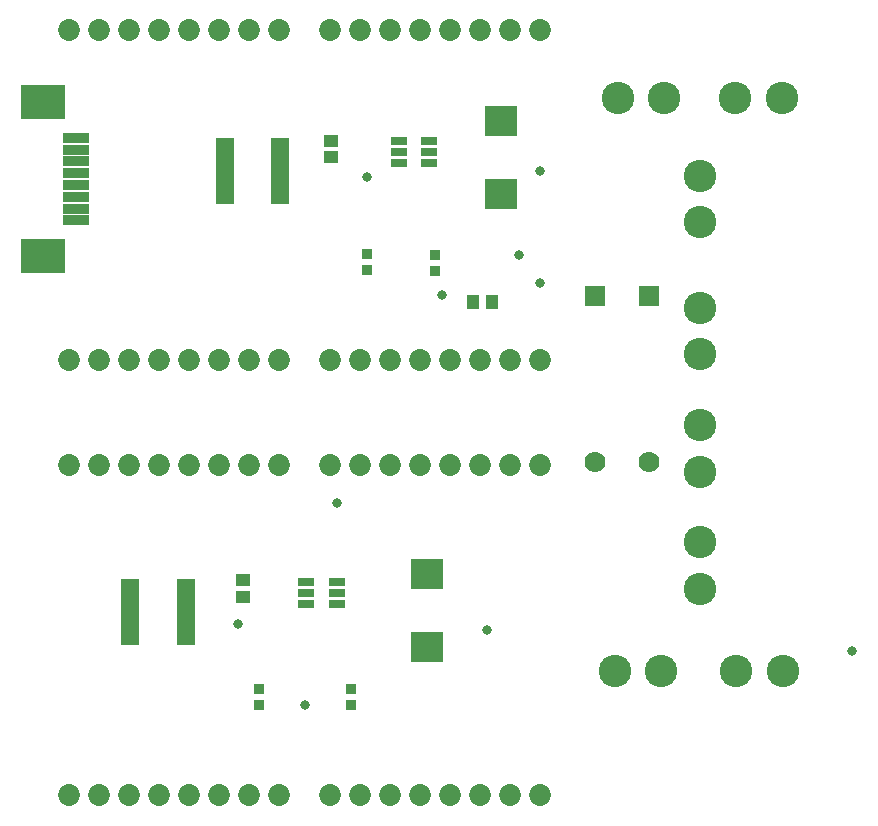
<source format=gbs>
G04*
G04 #@! TF.GenerationSoftware,Altium Limited,Altium Designer,22.9.1 (49)*
G04*
G04 Layer_Color=16711935*
%FSLAX25Y25*%
%MOIN*%
G70*
G04*
G04 #@! TF.SameCoordinates,714AFEBF-1B90-43D1-B325-1FA160A26AE1*
G04*
G04*
G04 #@! TF.FilePolarity,Negative*
G04*
G01*
G75*
%ADD17R,0.04343X0.04540*%
%ADD19C,0.07296*%
%ADD20R,0.07001X0.07001*%
%ADD21C,0.07001*%
%ADD22C,0.10839*%
%ADD23C,0.03300*%
%ADD45R,0.06299X0.22441*%
%ADD47R,0.10642X0.09855*%
%ADD48R,0.08674X0.03202*%
%ADD49R,0.14973X0.11351*%
%ADD50R,0.03556X0.03556*%
%ADD51R,0.05328X0.03162*%
%ADD52R,0.04698X0.03871*%
D17*
X162350Y185000D02*
D03*
X168650D02*
D03*
D19*
X124500Y20500D02*
D03*
X184500Y130500D02*
D03*
X174500D02*
D03*
X164500D02*
D03*
X154500D02*
D03*
X144500D02*
D03*
X134500D02*
D03*
X124500D02*
D03*
X114500D02*
D03*
Y20500D02*
D03*
X184500D02*
D03*
X174500D02*
D03*
X164500D02*
D03*
X154500D02*
D03*
X144500D02*
D03*
X134500D02*
D03*
X124500Y165500D02*
D03*
X184500Y275500D02*
D03*
X174500D02*
D03*
X164500D02*
D03*
X154500D02*
D03*
X144500D02*
D03*
X134500D02*
D03*
X124500D02*
D03*
X114500D02*
D03*
Y165500D02*
D03*
X184500D02*
D03*
X174500D02*
D03*
X164500D02*
D03*
X154500D02*
D03*
X144500D02*
D03*
X134500D02*
D03*
X47500D02*
D03*
X57500D02*
D03*
X67500D02*
D03*
X77500D02*
D03*
X87500D02*
D03*
X97500D02*
D03*
X27500D02*
D03*
Y275500D02*
D03*
X37500D02*
D03*
X47500D02*
D03*
X57500D02*
D03*
X67500D02*
D03*
X77500D02*
D03*
X87500D02*
D03*
X97500D02*
D03*
X37500Y165500D02*
D03*
Y20500D02*
D03*
X97500Y130500D02*
D03*
X87500D02*
D03*
X77500D02*
D03*
X67500D02*
D03*
X57500D02*
D03*
X47500D02*
D03*
X37500D02*
D03*
X27500D02*
D03*
Y20500D02*
D03*
X97500D02*
D03*
X87500D02*
D03*
X77500D02*
D03*
X67500D02*
D03*
X57500D02*
D03*
X47500D02*
D03*
D20*
X203000Y187000D02*
D03*
X221000D02*
D03*
D21*
X203000Y131488D02*
D03*
X221000D02*
D03*
D22*
X238000Y227091D02*
D03*
Y211500D02*
D03*
Y144000D02*
D03*
Y128409D02*
D03*
X249500Y253000D02*
D03*
X265090D02*
D03*
X210409D02*
D03*
X226000D02*
D03*
X238000Y105000D02*
D03*
Y89410D02*
D03*
X209409Y62000D02*
D03*
X225000D02*
D03*
X250000D02*
D03*
X265591D02*
D03*
X238000Y167500D02*
D03*
Y183091D02*
D03*
D23*
X167000Y75500D02*
D03*
X184500Y228500D02*
D03*
X288500Y68500D02*
D03*
X106250Y50488D02*
D03*
X84000Y77500D02*
D03*
X117000Y118000D02*
D03*
X151750Y187250D02*
D03*
X184500Y191150D02*
D03*
X177500Y200500D02*
D03*
X126804Y226500D02*
D03*
D45*
X66500Y81500D02*
D03*
X47996D02*
D03*
X98000Y228500D02*
D03*
X79496D02*
D03*
D47*
X147000Y94205D02*
D03*
Y69795D02*
D03*
X171500Y245205D02*
D03*
Y220795D02*
D03*
D48*
X30024Y212169D02*
D03*
Y216106D02*
D03*
Y220043D02*
D03*
Y223980D02*
D03*
Y227917D02*
D03*
Y231854D02*
D03*
Y235791D02*
D03*
Y239728D02*
D03*
D49*
X19000Y200398D02*
D03*
Y251500D02*
D03*
D50*
X91000Y50488D02*
D03*
Y56000D02*
D03*
X121500Y50488D02*
D03*
Y56000D02*
D03*
X127000Y195488D02*
D03*
Y201000D02*
D03*
X149500Y195244D02*
D03*
Y200756D02*
D03*
D51*
X106500Y91740D02*
D03*
Y88000D02*
D03*
Y84260D02*
D03*
X116736D02*
D03*
Y88000D02*
D03*
Y91740D02*
D03*
X137382Y238740D02*
D03*
Y235000D02*
D03*
Y231260D02*
D03*
X147618D02*
D03*
Y235000D02*
D03*
Y238740D02*
D03*
D52*
X85500Y86744D02*
D03*
Y92256D02*
D03*
X115000Y233244D02*
D03*
Y238756D02*
D03*
M02*

</source>
